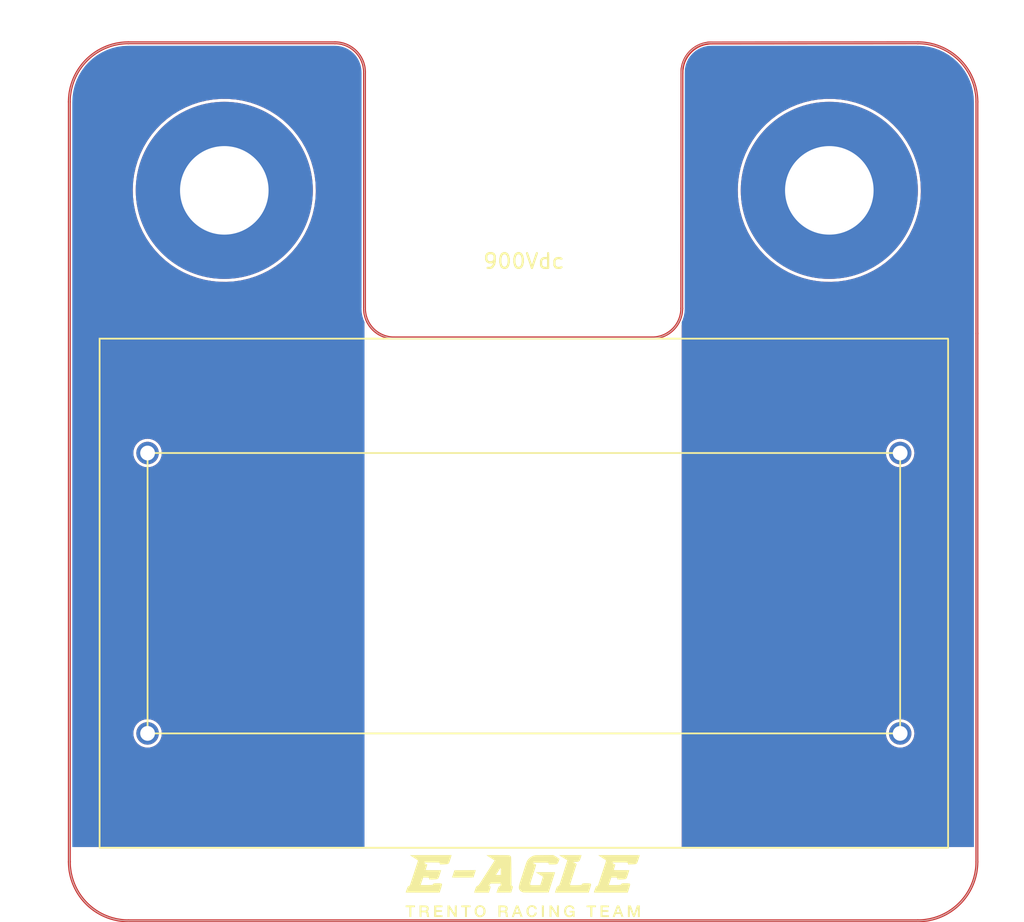
<source format=kicad_pcb>
(kicad_pcb (version 20211014) (generator pcbnew)
  (title_block (title "Template") (date "2022-04-19") (rev "V0") (company "E-Agle TRT"))
  (layers (0 "F.Cu" signal) (31 "B.Cu" signal) (34 "B.Paste" user) (35 "F.Paste" user) (36 "B.SilkS" user "B.Silkscreen") (37 "F.SilkS" user "F.Silkscreen") (38 "B.Mask" user) (39 "F.Mask" user) (44 "Edge.Cuts" user))
  (net 0 "")
  (footprint "dcbk310:dcb-k310" (layer "F.Cu") (at 149.9 102.3)
    (fp_text reference "900Vdc" (at 0 -13 unlocked) (layer "F.SilkS"))
    (fp_text value "dcb-k310")
    (fp_rect (start -28.75 -7.75) (end 28.75 26.75) (layer "F.SilkS") (width 0.12) (fill none))
    (fp_rect (start 25.5 19) (end -25.5 0) (layer "F.SilkS") (width 0.12) (fill none))
    (pad "1" thru_hole circle (at -25.5 0) (size 1.524 1.524) (drill 1) (layers *.Cu *.Mask))
    (pad "2" thru_hole circle (at 25.5 0) (size 1.524 1.524) (drill 1) (layers *.Cu *.Mask))
    (pad "3" thru_hole circle (at -25.5 19) (size 1.524 1.524) (drill 1) (layers *.Cu *.Mask))
    (pad "4" thru_hole circle (at 25.5 19) (size 1.524 1.524) (drill 1) (layers *.Cu *.Mask))
  )
  (footprint "LM393:logosenzascritta" (layer "F.Cu") (at 149.9 131.6)
    (fp_text reference " " (at 0 -4.75) (layer "F.SilkS") (effects (font (size 1.524 1.524) (thickness 0.3))))
    (fp_text value "LOGO" hide)
    (fp_poly (pts (xy -2.867478 1.354155) (xy -2.78923 1.385982) (xy -2.721713 1.435336) (xy -2.666465 1.499273) (xy -2.625019 1.574849) (xy -2.598911 1.659119) (xy -2.589676 1.74914) (xy -2.598851 1.841968) (xy -2.627969 1.934658) (xy -2.63652 1.953333) (xy -2.685755 2.028451) (xy -2.750672 2.087457) (xy -2.827217 2.128989) (xy -2.911338 2.151684) (xy -2.998984 2.154181) (xy -3.086103 2.135116) (xy -3.126345 2.118005) (xy -3.189874 2.080036) (xy -3.23873 2.034582) (xy -3.27926 1.974927) (xy -3.30015 1.933948) (xy -3.31582 1.89709) (xy -3.325416 1.862498) (xy -3.330339 1.822006) (xy -3.331989 1.767446) (xy -3.332056 1.747934) (xy -3.33175 1.720551) (xy -3.191706 1.720551) (xy -3.190964 1.792609) (xy -3.1815 1.859166) (xy -3.178799 1.869976) (xy -3.156028 1.921947) (xy -3.119586 1.971401) (xy -3.076117 2.010694) (xy -3.039738 2.030018) (xy -2.984186 2.038828) (xy -2.921763 2.033927) (xy -2.865106 2.016653) (xy -2.85276 2.010231) (xy -2.800458 1.965683) (xy -2.762828 1.902621) (xy -2.740699 1.82291) (xy -2.734695 1.744446) (xy -2.743492 1.653154) (xy -2.769696 1.577708) (xy -2.812747 1.519107) (xy -2.872081 1.478349) (xy -2.888169 1.471529) (xy -2.957779 1.456953) (xy -3.024836 1.465317) (xy -3.085652 1.49495) (xy -3.136539 1.544181) (xy -3.168492 1.598505) (xy -3.184094 1.652636) (xy -3.191706 1.720551) (xy -3.33175 1.720551) (xy -3.331417 1.690829) (xy -3.328303 1.649901) (xy -3.320918 1.6167) (xy -3.307465 1.582775) (xy -3.288942 1.545148) (xy -3.236445 1.463503) (xy -3.17267 1.403481) (xy -3.096302 1.364284) (xy -3.006028 1.345118) (xy -2.954923 1.342798)) (layer "F.SilkS") (width 0) (fill solid))
    (fp_poly (pts (xy 0.643653 1.351914) (xy 0.724374 1.381354) (xy 0.778706 1.416915) (xy 0.814004 1.454108) (xy 0.845008 1.500869) (xy 0.866826 1.54853) (xy 0.874588 1.58677) (xy 0.872077 1.602512) (xy 0.860501 1.610518) (xy 0.833792 1.613294) (xy 0.809918 1.613499) (xy 0.772629 1.612506) (xy 0.749954 1.606255) (xy 0.733303 1.589451) (xy 0.714082 1.556798) (xy 0.7121 1.553205) (xy 0.68602 1.513004) (xy 0.657372 1.487928) (xy 0.623311 1.471838) (xy 0.552354 1.455594) (xy 0.486932 1.463345) (xy 0.426612 1.495182) (xy 0.398963 1.519425) (xy 0.360917 1.565389) (xy 0.336578 1.616281) (xy 0.323781 1.678473) (xy 0.320341 1.750707) (xy 0.328842 1.841531) (xy 0.35383 1.917491) (xy 0.394286 1.976865) (xy 0.449192 2.017933) (xy 0.487262 2.032688) (xy 0.556807 2.040932) (xy 0.619547 2.026691) (xy 0.672216 1.991863) (xy 0.711542 1.938344) (xy 0.72894 1.892452) (xy 0.744198 1.835403) (xy 0.809393 1.835403) (xy 0.84735 1.836361) (xy 0.866788 1.841018) (xy 0.873803 1.852049) (xy 0.874588 1.864004) (xy 0.864926 1.921562) (xy 0.8387 1.983667) (xy 0.800056 2.041517) (xy 0.78123 2.062316) (xy 0.712383 2.114543) (xy 0.633142 2.146316) (xy 0.547676 2.157049) (xy 0.460158 2.146157) (xy 0.384283 2.117985) (xy 0.312754 2.072163) (xy 0.255929 2.011898) (xy 0.209589 1.932631) (xy 0.206371 1.925689) (xy 0.187822 1.865092) (xy 0.178434 1.790685) (xy 0.178209 1.711525) (xy 0.187145 1.636672) (xy 0.205244 1.575184) (xy 0.206371 1.572663) (xy 0.252085 1.491763) (xy 0.307964 1.430211) (xy 0.378225 1.38345) (xy 0.384283 1.380367) (xy 0.467974 1.350898) (xy 0.556308 1.341588)) (layer "F.SilkS") (width 0) (fill solid))
    (fp_poly (pts (xy 1.290325 1.35746) (xy 1.361155 1.361155) (xy 1.361155 2.137197) (xy 1.299091 2.14083) (xy 1.261762 2.141313) (xy 1.235224 2.138523) (xy 1.228262 2.135698) (xy 1.226108 2.121658) (xy 1.224146 2.086015) (xy 1.222443 2.031804) (xy 1.221067 1.962056) (xy 1.220084 1.879807) (xy 1.219563 1.788088) (xy 1.219496 1.740349) (xy 1.219496 1.353766)) (layer "F.SilkS") (width 0) (fill solid))
    (fp_poly (pts (xy 6.854798 -2.056737) (xy 7.028129 -2.056616) (xy 7.180662 -2.056393) (xy 7.313677 -2.056052) (xy 7.428454 -2.055575) (xy 7.526272 -2.054946) (xy 7.608411 -2.05415) (xy 7.67615 -2.053168) (xy 7.730768 -2.051985) (xy 7.773546 -2.050584) (xy 7.805763 -2.048948) (xy 7.828698 -2.047062) (xy 7.843631 -2.044908) (xy 7.851841 -2.042471) (xy 7.854609 -2.039733) (xy 7.854456 -2.03849) (xy 7.848686 -2.021623) (xy 7.836607 -1.985028) (xy 7.819438 -1.932438) (xy 7.798394 -1.867585) (xy 7.774692 -1.794199) (xy 7.766269 -1.768046) (xy 7.736027 -1.674233) (xy 7.710277 -1.599923) (xy 7.685734 -1.542738) (xy 7.659112 -1.500302) (xy 7.627127 -1.470238) (xy 7.586494 -1.45017) (xy 7.533927 -1.437721) (xy 7.466142 -1.430514) (xy 7.379852 -1.426173) (xy 7.289258 -1.422952) (xy 7.058293 -1.414724) (xy 7.058105 -1.455688) (xy 7.057685 -1.478172) (xy 7.055258 -1.496855) (xy 7.048736 -1.512091) (xy 7.03603 -1.52423) (xy 7.01505 -1.533625) (xy 6.983709 -1.540627) (xy 6.939918 -1.545588) (xy 6.881587 -1.54886) (xy 6.806628 -1.550793) (xy 6.712952 -1.551741) (xy 6.59847 -1.552055) (xy 6.485583 -1.552085) (xy 6.37755 -1.551845) (xy 6.277829 -1.551159) (xy 6.188963 -1.550081) (xy 6.113497 -1.548662) (xy 6.053976 -1.546953) (xy 6.012944 -1.545009) (xy 5.992945 -1.542879) (xy 5.991424 -1.541952) (xy 6.003988 -1.531478) (xy 6.032737 -1.511489) (xy 6.072815 -1.485284) (xy 6.101321 -1.4673) (xy 6.204955 -1.402782) (xy 6.151217 -1.236134) (xy 6.131849 -1.174899) (xy 6.115584 -1.121234) (xy 6.103806 -1.079884) (xy 6.097902 -1.055596) (xy 6.097479 -1.052105) (xy 6.10058 -1.047805) (xy 6.111243 -1.044256) (xy 6.131504 -1.041389) (xy 6.163401 -1.039137) (xy 6.208969 -1.037433) (xy 6.270247 -1.036208) (xy 6.349271 -1.035396) (xy 6.448077 -1.034928) (xy 6.568704 -1.034737) (xy 6.620999 -1.034723) (xy 6.73188 -1.034557) (xy 6.834756 -1.034081) (xy 6.927098 -1.033332) (xy 7.006377 -1.032344) (xy 7.070062 -1.031154) (xy 7.115624 -1.029796) (xy 7.140533 -1.028305) (xy 7.14452 -1.027402) (xy 7.140922 -1.014039) (xy 7.130845 -0.980689) (xy 7.115369 -0.930814) (xy 7.09557 -0.867876) (xy 7.072529 -0.795338) (xy 7.061373 -0.760434) (xy 7.03054 -0.665714) (xy 7.004861 -0.591766) (xy 6.982659 -0.535693) (xy 6.962259 -0.494598) (xy 6.941983 -0.465583) (xy 6.920155 -0.445749) (xy 6.8951 -0.432201) (xy 6.865714 -0.422204) (xy 6.838411 -0.417426) (xy 6.791323 -0.412426) (xy 6.729293 -0.407582) (xy 6.657163 -0.403275) (xy 6.581742 -0.399954) (xy 6.345394 -0.391392) (xy 6.341538 -0.44485) (xy 6.337493 -0.474295) (xy 6.32802 -0.496028) (xy 6.309827 -0.511206) (xy 6.27962 -0.520985) (xy 6.234106 -0.526523) (xy 6.169993 -0.528976) (xy 6.100558 -0.529498) (xy 6.03799 -0.529321) (xy 5.985265 -0.528712) (xy 5.946752 -0.527757) (xy 5.926819 -0.526542) (xy 5.925025 -0.526022) (xy 5.921186 -0.513831) (xy 5.91045 -0.481798) (xy 5.893986 -0.433359) (xy 5.872964 -0.371951) (xy 5.848554 -0.30101) (xy 5.839059 -0.273501) (xy 5.753094 -0.024636) (xy 6.131807 -0.024636) (xy 6.247142 -0.024798) (xy 6.340543 -0.025594) (xy 6.414709 -0.027487) (xy 6.472341 -0.030939) (xy 6.516141 -0.036413) (xy 6.54881 -0.044372) (xy 6.573047 -0.055279) (xy 6.591554 -0.069597) (xy 6.607032 -0.087788) (xy 6.620999 -0.108471) (xy 6.645636 -0.146868) (xy 6.883372 -0.147343) (xy 6.981742 -0.146794) (xy 7.058182 -0.144177) (xy 7.115367 -0.138698) (xy 7.155968 -0.129561) (xy 7.182661 -0.115972) (xy 7.198118 -0.097134) (xy 7.205012 -0.072253) (xy 7.206175 -0.051344) (xy 7.20261 -0.033997) (xy 7.192592 0.003128) (xy 7.177197 0.056349) (xy 7.1575 0.121986) (xy 7.134575 0.196357) (xy 7.123722 0.230966) (xy 7.041205 0.492726) (xy 5.891844 0.492726) (xy 5.725895 0.492629) (xy 5.56713 0.492348) (xy 5.417255 0.491897) (xy 5.277978 0.491288) (xy 5.151006 0.490537) (xy 5.038046 0.489656) (xy 4.940806 0.488659) (xy 4.860991 0.48756) (xy 4.80031 0.486373) (xy 4.76047 0.485112) (xy 4.743177 0.48379) (xy 4.742568 0.483487) (xy 4.746985 0.460764) (xy 4.758747 0.420469) (xy 4.775947 0.367864) (xy 4.796682 0.308211) (xy 4.819046 0.246773) (xy 4.841135 0.188813) (xy 4.861044 0.139592) (xy 4.876869 0.104373) (xy 4.88484 0.090407) (xy 4.915833 0.060959) (xy 4.956132 0.035978) (xy 4.967078 0.031221) (xy 5.019642 0.01097) (xy 5.298521 -0.835228) (xy 5.35173 -0.996801) (xy 5.397651 -1.136606) (xy 5.436765 -1.256256) (xy 5.469553 -1.357361) (xy 5.496497 -1.441534) (xy 5.518078 -1.510386) (xy 5.534777 -1.565529) (xy 5.547076 -1.608574) (xy 5.555455 -1.641134) (xy 5.560397 -1.664819) (xy 5.562382 -1.681241) (xy 5.561891 -1.692012) (xy 5.559407 -1.698744) (xy 5.557202 -1.701472) (xy 5.541204 -1.713726) (xy 5.507639 -1.736893) (xy 5.459805 -1.768785) (xy 5.400998 -1.807215) (xy 5.334518 -1.849995) (xy 5.302959 -1.870095) (xy 5.233823 -1.914122) (xy 5.170549 -1.954678) (xy 5.116506 -1.989582) (xy 5.075063 -2.016654) (xy 5.049586 -2.033715) (xy 5.044278 -2.037508) (xy 5.04226 -2.040402) (xy 5.045041 -2.042988) (xy 5.053888 -2.045285) (xy 5.07007 -2.047309) (xy 5.094855 -2.049077) (xy 5.129512 -2.050608) (xy 5.175309 -2.051919) (xy 5.233515 -2.053027) (xy 5.305397 -2.05395) (xy 5.392224 -2.054705) (xy 5.495265 -2.055309) (xy 5.615788 -2.055781) (xy 5.755061 -2.056137) (xy 5.914352 -2.056396) (xy 6.094931 -2.056573) (xy 6.298065 -2.056688) (xy 6.440625 -2.056737) (xy 6.65939 -2.056771)) (layer "F.SilkS") (width 0) (fill solid))
    (fp_poly (pts (xy 6.427531 1.356706) (xy 6.451704 1.363277) (xy 6.465435 1.376866) (xy 6.467212 1.379986) (xy 6.476129 1.399934) (xy 6.491907 1.438612) (xy 6.513258 1.492615) (xy 6.538896 1.55854) (xy 6.567532 1.632984) (xy 6.597879 1.712543) (xy 6.62865 1.793812) (xy 6.658556 1.873389) (xy 6.686311 1.947869) (xy 6.710627 2.01385) (xy 6.730216 2.067926) (xy 6.743791 2.106695) (xy 6.750064 2.126752) (xy 6.75034 2.128446) (xy 6.742896 2.137834) (xy 6.718107 2.141632) (xy 6.679511 2.140892) (xy 6.608681 2.137197) (xy 6.537895 1.933235) (xy 6.228331 1.940107) (xy 6.192016 2.041732) (xy 6.155701 2.143356) (xy 6.089635 2.143356) (xy 6.048304 2.141338) (xy 6.027668 2.134651) (xy 6.02357 2.126232) (xy 6.027823 2.111681) (xy 6.039725 2.077559) (xy 6.057993 2.027251) (xy 6.081342 1.964146) (xy 6.108487 1.891629) (xy 6.134369 1.823085) (xy 6.270504 1.823085) (xy 6.499464 1.823085) (xy 6.444713 1.662472) (xy 6.424628 1.604696) (xy 6.407224 1.556773) (xy 6.394038 1.522777) (xy 6.386607 1.506779) (xy 6.385695 1.506126) (xy 6.380234 1.518673) (xy 6.368252 1.550069) (xy 6.351387 1.595914) (xy 6.331275 1.65181) (xy 6.325966 1.666738) (xy 6.270504 1.823085) (xy 6.134369 1.823085) (xy 6.138144 1.813089) (xy 6.169029 1.731912) (xy 6.199857 1.651486) (xy 6.229343 1.575197) (xy 6.256203 1.506433) (xy 6.279153 1.44858) (xy 6.296909 1.405027) (xy 6.298517 1.401189) (xy 6.310857 1.37476) (xy 6.324371 1.361015) (xy 6.346901 1.355809) (xy 6.385893 1.354996)) (layer "F.SilkS") (width 0) (fill solid))
    (fp_poly (pts (xy -3.609214 1.478177) (xy -3.855577 1.478177) (xy -3.855577 2.143356) (xy -3.991076 2.143356) (xy -3.991076 1.478177) (xy -4.237439 1.478177) (xy -4.237439 1.354996) (xy -3.609214 1.354996)) (layer "F.SilkS") (width 0) (fill solid))
    (fp_poly (pts (xy -7.378564 1.478177) (xy -7.624927 1.478177) (xy -7.624927 2.143356) (xy -7.760426 2.143356) (xy -7.760426 1.478177) (xy -8.006789 1.478177) (xy -8.006789 1.354996) (xy -7.378564 1.354996)) (layer "F.SilkS") (width 0) (fill solid))
    (fp_poly (pts (xy -5.518525 1.478177) (xy -5.937342 1.478177) (xy -5.937342 1.674642) (xy -5.743331 1.678034) (xy -5.549321 1.681426) (xy -5.549321 1.792289) (xy -5.743331 1.795682) (xy -5.937342 1.799074) (xy -5.937342 2.020175) (xy -5.504857 2.020175) (xy -5.508612 2.078686) (xy -5.512366 2.137197) (xy -5.792901 2.140509) (xy -5.887538 2.141329) (xy -5.960055 2.1412) (xy -6.012956 2.140014) (xy -6.048741 2.137663) (xy -6.069915 2.134037) (xy -6.078979 2.129028) (xy -6.079483 2.128063) (xy -6.080889 2.112201) (xy -6.081968 2.07486) (xy -6.082696 2.019195) (xy -6.083052 1.948363) (xy -6.083013 1.86552) (xy -6.082557 1.77382) (xy -6.082265 1.736731) (xy -6.079001 1.361155) (xy -5.518525 1.354533)) (layer "F.SilkS") (width 0) (fill solid))
    (fp_poly (pts (xy -4.545392 2.143356) (xy -4.688316 2.143356) (xy -4.860138 1.866677) (xy -5.031959 1.589998) (xy -5.038118 1.863598) (xy -5.044277 2.137197) (xy -5.108947 2.140921) (xy -5.173617 2.144644) (xy -5.173617 1.354996) (xy -5.102788 1.355278) (xy -5.031959 1.355559) (xy -4.859505 1.634489) (xy -4.687051 1.913418) (xy -4.680892 1.637286) (xy -4.674733 1.361155) (xy -4.610063 1.357431) (xy -4.545392 1.353708)) (layer "F.SilkS") (width 0) (fill solid))
    (fp_poly (pts (xy 3.31082 -2.055367) (xy 3.443387 -2.054848) (xy 3.534327 -2.054223) (xy 3.913429 -2.050969) (xy 3.856644 -1.873074) (xy 3.826347 -1.783111) (xy 3.797805 -1.714354) (xy 3.767333 -1.663979) (xy 3.731249 -1.629164) (xy 3.68587 -1.607084) (xy 3.627513 -1.594918) (xy 3.552495 -1.589841) (xy 3.486033 -1.588991) (xy 3.344375 -1.588806) (xy 3.465312 -1.519915) (xy 3.512956 -1.491353) (xy 3.550787 -1.465942) (xy 3.574708 -1.446623) (xy 3.580959 -1.436885) (xy 3.573644 -1.415689) (xy 3.55998 -1.374476) (xy 3.540765 -1.315741) (xy 3.516798 -1.241977) (xy 3.488878 -1.155677) (xy 3.457803 -1.059336) (xy 3.424371 -0.955447) (xy 3.389382 -0.846505) (xy 3.353634 -0.735001) (xy 3.317924 -0.623432) (xy 3.283053 -0.51429) (xy 3.249818 -0.410068) (xy 3.219018 -0.313262) (xy 3.191451 -0.226364) (xy 3.167917 -0.151868) (xy 3.149213 -0.092268) (xy 3.136138 -0.050058) (xy 3.129491 -0.027732) (xy 3.128807 -0.024869) (xy 3.136512 -0.02064) (xy 3.160647 -0.017456) (xy 3.202741 -0.015274) (xy 3.264323 -0.014052) (xy 3.346924 -0.013746) (xy 3.452073 -0.014316) (xy 3.495272 -0.014722) (xy 3.600673 -0.015898) (xy 3.684348 -0.017157) (xy 3.74921 -0.018703) (xy 3.798168 -0.020739) (xy 3.834133 -0.023467) (xy 3.860017 -0.027091) (xy 3.878731 -0.031813) (xy 3.893184 -0.037836) (xy 3.902621 -0.043113) (xy 3.937736 -0.071252) (xy 3.967066 -0.105843) (xy 3.968296 -0.107783) (xy 3.993086 -0.147817) (xy 4.224288 -0.147817) (xy 4.309184 -0.147063) (xy 4.38275 -0.144923) (xy 4.441295 -0.141585) (xy 4.481128 -0.137234) (xy 4.494543 -0.134203) (xy 4.530976 -0.114833) (xy 4.551375 -0.085857) (xy 4.556357 -0.044279) (xy 4.546539 0.012898) (xy 4.533742 0.05612) (xy 4.52135 0.094532) (xy 4.503695 0.149999) (xy 4.482824 0.216048) (xy 4.460788 0.28621) (xy 4.453025 0.311033) (xy 4.396278 0.492726) (xy 2.104742 0.492726) (xy 2.112712 0.46501) (xy 2.11931 0.443188) (xy 2.13168 0.403247) (xy 2.148149 0.350554) (xy 2.167045 0.290476) (xy 2.170319 0.2801) (xy 2.191311 0.215033) (xy 2.207955 0.168586) (xy 2.222798 0.135726) (xy 2.238388 0.11142) (xy 2.257275 0.090639) (xy 2.274023 0.075315) (xy 2.309933 0.047678) (xy 2.344576 0.027397) (xy 2.362419 0.020858) (xy 2.374682 0.017316) (xy 2.385217 0.010006) (xy 2.395477 -0.004265) (xy 2.406911 -0.028691) (xy 2.420972 -0.066463) (xy 2.43911 -0.120776) (xy 2.462777 -0.194822) (xy 2.468103 -0.211651) (xy 2.486095 -0.268309) (xy 2.510602 -0.345129) (xy 2.540571 -0.438827) (xy 2.57495 -0.546118) (xy 2.612685 -0.663721) (xy 2.652723 -0.78835) (xy 2.694012 -0.916723) (xy 2.735497 -1.045555) (xy 2.743136 -1.069261) (xy 2.781511 -1.188642) (xy 2.817364 -1.300791) (xy 2.850022 -1.403554) (xy 2.878809 -1.49478) (xy 2.903051 -1.572316) (xy 2.922074 -1.63401) (xy 2.935202 -1.677708) (xy 2.941761 -1.70126) (xy 2.942346 -1.704836) (xy 2.931066 -1.711966) (xy 2.901546 -1.730225) (xy 2.85657 -1.757903) (xy 2.798925 -1.793288) (xy 2.731394 -1.834668) (xy 2.657786 -1.879707) (xy 2.377696 -2.050969) (xy 2.76646 -2.054223) (xy 2.887938 -2.054992) (xy 3.024733 -2.055438) (xy 3.168481 -2.055563)) (layer "F.SilkS") (width 0) (fill solid))
    (fp_poly (pts (xy -0.45069 1.357563) (xy -0.377528 1.361155) (xy -0.231877 1.73661) (xy -0.196725 1.827707) (xy -0.164626 1.911818) (xy -0.136636 1.986103) (xy -0.113813 2.047722) (xy -0.097211 2.093832) (xy -0.087888 2.121593) (xy -0.086226 2.128326) (xy -0.093503 2.137771) (xy -0.117861 2.141622) (xy -0.156975 2.140892) (xy -0.227723 2.137197) (xy -0.300885 1.933251) (xy -0.608235 1.940107) (xy -0.64455 2.041732) (xy -0.680865 2.143356) (xy -0.744878 2.143356) (xy -0.782286 2.142224) (xy -0.808386 2.139325) (xy -0.815278 2.136969) (xy -0.812542 2.124375) (xy -0.801859 2.091519) (xy -0.784204 2.041102) (xy -0.760553 1.975826) (xy -0.731881 1.898393) (xy -0.703526 1.823085) (xy -0.56569 1.823085) (xy -0.455298 1.823085) (xy -0.406589 1.822463) (xy -0.368862 1.820798) (xy -0.347626 1.81839) (xy -0.344907 1.817064) (xy -0.348893 1.798099) (xy -0.359548 1.763864) (xy -0.37492 1.719491) (xy -0.393056 1.670112) (xy -0.412003 1.620861) (xy -0.429809 1.576869) (xy -0.44452 1.543269) (xy -0.454184 1.525194) (xy -0.456553 1.52362) (xy -0.464076 1.538555) (xy -0.477534 1.571996) (xy -0.49506 1.61908) (xy -0.514787 1.674944) (xy -0.515958 1.678347) (xy -0.56569 1.823085) (xy -0.703526 1.823085) (xy -0.699165 1.811504) (xy -0.672759 1.742277) (xy -0.523853 1.353971)) (layer "F.SilkS") (width 0) (fill solid))
    (fp_poly (pts (xy -1.51821 1.355297) (xy -1.444833 1.356147) (xy -1.375965 1.358299) (xy -1.317174 1.36148) (xy -1.274028 1.365416) (xy -1.257681 1.368092) (xy -1.187657 1.393761) (xy -1.137362 1.434146) (xy -1.10648 1.489638) (xy -1.094699 1.560626) (xy -1.094554 1.570563) (xy -1.103761 1.643292) (xy -1.131872 1.701017) (xy -1.170178 1.738772) (xy -1.20668 1.76576) (xy -1.172072 1.786806) (xy -1.146384 1.807573) (xy -1.127371 1.836874) (xy -1.113313 1.879211) (xy -1.102491 1.939087) (xy -1.097065 1.983221) (xy -1.090769 2.034922) (xy -1.084196 2.079951) (xy -1.078511 2.110529) (xy -1.077178 2.115641) (xy -1.074036 2.131409) (xy -1.080372 2.139678) (xy -1.10141 2.142856) (xy -1.137264 2.143356) (xy -1.178321 2.140868) (xy -1.206703 2.134319) (xy -1.214673 2.128875) (xy -1.219707 2.110599) (xy -1.225391 2.074388) (xy -1.23075 2.026886) (xy -1.232453 2.007808) (xy -1.240043 1.939617) (xy -1.252226 1.89051) (xy -1.272693 1.857406) (xy -1.305133 1.837225) (xy -1.353237 1.826887) (xy -1.420695 1.823312) (xy -1.453751 1.823085) (xy -1.575985 1.823085) (xy -1.579433 1.980141) (xy -1.58288 2.137197) (xy -1.644944 2.14083) (xy -1.682273 2.141313) (xy -1.708811 2.138523) (xy -1.715773 2.135698) (xy -1.717929 2.121656) (xy -1.719892 2.086015) (xy -1.721596 2.03181) (xy -1.722972 1.962076) (xy -1.723954 1.879851) (xy -1.724473 1.78817) (xy -1.724539 1.740964) (xy -1.724539 1.714881) (xy -1.576721 1.714881) (xy -1.433888 1.710346) (xy -1.372443 1.70814) (xy -1.330543 1.705384) (xy -1.303105 1.70093) (xy -1.285046 1.693628) (xy -1.271282 1.682331) (xy -1.261434 1.671376) (xy -1.236767 1.626544) (xy -1.231393 1.577051) (xy -1.245285 1.530689) (xy -1.262049 1.508412) (xy -1.276542 1.495378) (xy -1.292381 1.486746) (xy -1.314712 1.481615) (xy -1.348684 1.479081) (xy -1.399442 1.478243) (xy -1.434503 1.478177) (xy -1.576721 1.478177) (xy -1.576721 1.714881) (xy -1.724539 1.714881) (xy -1.724539 1.354996)) (layer "F.SilkS") (width 0) (fill solid))
    (fp_poly (pts (xy 2.2073 -1.932444) (xy 2.269319 -1.892286) (xy 2.323915 -1.855904) (xy 2.367754 -1.825605) (xy 2.397499 -1.803695) (xy 2.409817 -1.792483) (xy 2.40989 -1.792317) (xy 2.408429 -1.773275) (xy 2.398732 -1.737456) (xy 2.382956 -1.690417) (xy 2.363257 -1.637718) (xy 2.341794 -1.584917) (xy 2.320724 -1.537572) (xy 2.302205 -1.501243) (xy 2.289778 -1.482849) (xy 2.26411 -1.461114) (xy 2.230917 -1.444404) (xy 2.187061 -1.432168) (xy 2.1294 -1.423853) (xy 2.054796 -1.418906) (xy 1.960107 -1.416774) (xy 1.913235 -1.416585) (xy 1.687585 -1.416585) (xy 1.687585 -1.459415) (xy 1.687349 -1.47831) (xy 1.685247 -1.493999) (xy 1.679192 -1.506764) (xy 1.667097 -1.516889) (xy 1.646873 -1.524655) (xy 1.616433 -1.530346) (xy 1.57369 -1.534244) (xy 1.516554 -1.536632) (xy 1.44294 -1.537792) (xy 1.350758 -1.538009) (xy 1.237921 -1.537563) (xy 1.115983 -1.536824) (xy 0.602065 -1.533608) (xy 0.715144 -1.472315) (xy 0.762629 -1.445532) (xy 0.801435 -1.421676) (xy 0.826709 -1.40385) (xy 0.833791 -1.396514) (xy 0.831511 -1.381586) (xy 0.822398 -1.346231) (xy 0.807333 -1.293419) (xy 0.787194 -1.226119) (xy 0.76286 -1.147303) (xy 0.735209 -1.059941) (xy 0.722527 -1.020513) (xy 0.666346 -0.84671) (xy 0.617301 -0.694851) (xy 0.574998 -0.563424) (xy 0.539043 -0.450914) (xy 0.509044 -0.355808) (xy 0.484606 -0.276593) (xy 0.465335 -0.211755) (xy 0.450838 -0.159783) (xy 0.44072 -0.119161) (xy 0.434589 -0.088377) (xy 0.432051 -0.065918) (xy 0.432711 -0.05027) (xy 0.436177 -0.03992) (xy 0.442053 -0.033355) (xy 0.449947 -0.029062) (xy 0.459465 -0.025527) (xy 0.463281 -0.024122) (xy 0.485699 -0.020482) (xy 0.529862 -0.017658) (xy 0.592891 -0.015727) (xy 0.671908 -0.014765) (xy 0.764033 -0.014846) (xy 0.803945 -0.015189) (xy 1.112462 -0.018477) (xy 1.172212 -0.209408) (xy 1.195314 -0.283263) (xy 1.218508 -0.357465) (xy 1.23961 -0.425027) (xy 1.256439 -0.478964) (xy 1.261653 -0.4957) (xy 1.291345 -0.591061) (xy 1.06141 -0.728375) (xy 0.992785 -0.769624) (xy 0.930639 -0.807486) (xy 0.878347 -0.839863) (xy 0.839284 -0.864657) (xy 0.816826 -0.879771) (xy 0.813437 -0.882456) (xy 0.81248 -0.886194) (xy 0.819477 -0.88935) (xy 0.836186 -0.89197) (xy 0.864359 -0.894101) (xy 0.905753 -0.895789) (xy 0.962123 -0.89708) (xy 1.035224 -0.898021) (xy 1.12681 -0.898658) (xy 1.238636 -0.899037) (xy 1.372459 -0.899205) (xy 1.448848 -0.899224) (xy 1.573403 -0.8991) (xy 1.69043 -0.898745) (xy 1.797633 -0.898183) (xy 1.892717 -0.897436) (xy 1.973386 -0.896528) (xy 2.037345 -0.895482) (xy 2.082299 -0.894322) (xy 2.105951 -0.893072) (xy 2.109037 -0.892482) (xy 2.110356 -0.889791) (xy 2.11043 -0.884159) (xy 2.108755 -0.873937) (xy 2.104825 -0.857474) (xy 2.098136 -0.833117) (xy 2.088181 -0.799217) (xy 2.074456 -0.754122) (xy 2.056455 -0.69618) (xy 2.033674 -0.623742) (xy 2.005607 -0.535155) (xy 1.971748 -0.428769) (xy 1.931593 -0.302932) (xy 1.884636 -0.155994) (xy 1.862329 -0.086227) (xy 1.679163 0.486567) (xy 0.84882 0.48834) (xy 0.706451 0.488484) (xy 0.570174 0.488314) (xy 0.442181 0.48785) (xy 0.324659 0.487117) (xy 0.2198 0.486137) (xy 0.129791 0.48493) (xy 0.056822 0.483521) (xy 0.003084 0.481931) (xy -0.029235 0.480182) (xy -0.036396 0.479313) (xy -0.12765 0.450876) (xy -0.206526 0.405255) (xy -0.269887 0.345072) (xy -0.314599 0.272948) (xy -0.328386 0.235299) (xy -0.336963 0.201954) (xy -0.342379 0.168976) (xy -0.344129 0.133856) (xy -0.341708 0.094088) (xy -0.334613 0.047162) (xy -0.322338 -0.009428) (xy -0.304381 -0.078191) (xy -0.280235 -0.161635) (xy -0.249398 -0.262268) (xy -0.211364 -0.382597) (xy -0.191891 -0.443452) (xy -0.130726 -0.634114) (xy -0.076585 -0.802792) (xy -0.028954 -0.950957) (xy 0.012678 -1.080083) (xy 0.048823 -1.19164) (xy 0.079994 -1.2871) (xy 0.106703 -1.367936) (xy 0.129462 -1.435618) (xy 0.148782 -1.49162) (xy 0.165176 -1.537412) (xy 0.179157 -1.574466) (xy 0.191236 -1.604255) (xy 0.201925 -1.62825) (xy 0.211736 -1.647923) (xy 0.221182 -1.664746) (xy 0.230775 -1.68019) (xy 0.241027 -1.695728) (xy 0.24688 -1.70447) (xy 0.33382 -1.812601) (xy 0.438343 -1.903785) (xy 0.559484 -1.97729) (xy 0.66518 -2.021982) (xy 0.68356 -2.028288) (xy 0.701445 -2.033595) (xy 0.721076 -2.038005) (xy 0.744696 -2.04162) (xy 0.774546 -2.044541) (xy 0.81287 -2.04687) (xy 0.861908 -2.048708) (xy 0.923904 -2.050158) (xy 1.001099 -2.051322) (xy 1.095736 -2.0523) (xy 1.210056 -2.053195) (xy 1.346303 -2.054108) (xy 1.377703 -2.054311) (xy 2.010158 -2.058376)) (layer "F.SilkS") (width 0) (fill solid))
    (fp_poly (pts (xy -6.833486 1.356942) (xy -6.750844 1.358559) (xy -6.688779 1.360387) (xy -6.643235 1.36291) (xy -6.610156 1.366615) (xy -6.585485 1.37199) (xy -6.565164 1.379519) (xy -6.545138 1.389689) (xy -6.540931 1.392016) (xy -6.487766 1.433581) (xy -6.455201 1.488119) (xy -6.442609 1.556745) (xy -6.442405 1.567879) (xy -6.451748 1.642024) (xy -6.479329 1.701414) (xy -6.514914 1.737785) (xy -6.552752 1.76576) (xy -6.518144 1.786806) (xy -6.493791 1.806294) (xy -6.47561 1.833698) (xy -6.461896 1.873527) (xy -6.450948 1.930289) (xy -6.443933 1.983221) (xy -6.437249 2.0349) (xy -6.430388 2.079916) (xy -6.424566 2.110501) (xy -6.423222 2.115641) (xy -6.420098 2.131384) (xy -6.426417 2.139655) (xy -6.4474 2.142847) (xy -6.483629 2.143356) (xy -6.529241 2.140274) (xy -6.557483 2.128027) (xy -6.572331 2.102119) (xy -6.577762 2.05805) (xy -6.578179 2.036383) (xy -6.584676 1.955517) (xy -6.60294 1.893346) (xy -6.632459 1.851587) (xy -6.633359 1.850801) (xy -6.649874 1.838459) (xy -6.668749 1.830421) (xy -6.695431 1.825782) (xy -6.735366 1.823639) (xy -6.793999 1.823087) (xy -6.800298 1.823085) (xy -6.935111 1.823085) (xy -6.935111 2.143356) (xy -6.994649 2.143356) (xy -7.03114 2.141785) (xy -7.056553 2.137793) (xy -7.062398 2.135144) (xy -7.064415 2.121245) (xy -7.066252 2.085736) (xy -7.067846 2.031642) (xy -7.069135 1.961988) (xy -7.070057 1.879802) (xy -7.070547 1.788107) (xy -7.070611 1.73983) (xy -7.070611 1.586987) (xy -6.935111 1.586987) (xy -6.934237 1.636557) (xy -6.931902 1.676331) (xy -6.928535 1.700189) (xy -6.926899 1.70401) (xy -6.908887 1.709477) (xy -6.872835 1.71233) (xy -6.825175 1.712789) (xy -6.772341 1.711075) (xy -6.720764 1.70741) (xy -6.676877 1.702013) (xy -6.647114 1.695106) (xy -6.645161 1.69434) (xy -6.604772 1.665633) (xy -6.583553 1.622274) (xy -6.582408 1.566142) (xy -6.582674 1.564404) (xy -6.590732 1.531288) (xy -6.605308 1.507755) (xy -6.630135 1.492243) (xy -6.668945 1.483189) (xy -6.725471 1.47903) (xy -6.788658 1.478177) (xy -6.935111 1.478177) (xy -6.935111 1.586987) (xy -7.070611 1.586987) (xy -7.070611 1.352728)) (layer "F.SilkS") (width 0) (fill solid))
    (fp_poly (pts (xy 1.930742 1.425653) (xy 1.951916 1.459062) (xy 1.982965 1.50878) (xy 2.020954 1.570071) (xy 2.062949 1.638199) (xy 2.106014 1.70843) (xy 2.106402 1.709065) (xy 2.235742 1.920598) (xy 2.242356 1.354996) (xy 2.377401 1.354996) (xy 2.377401 2.144532) (xy 2.302232 2.140865) (xy 2.227063 2.137197) (xy 2.058949 1.863572) (xy 2.013489 1.790118) (xy 1.971988 1.724082) (xy 1.936238 1.668235) (xy 1.908034 1.62535) (xy 1.889168 1.598197) (xy 1.881596 1.589493) (xy 1.878941 1.601097) (xy 1.876585 1.633868) (xy 1.874642 1.684336) (xy 1.873229 1.749033) (xy 1.872463 1.824489) (xy 1.872357 1.866198) (xy 1.872357 2.143356) (xy 1.81038 2.143356) (xy 1.768654 2.140283) (xy 1.745358 2.131731) (xy 1.742445 2.127831) (xy 1.741062 2.112029) (xy 1.740003 2.074745) (xy 1.739292 2.019133) (xy 1.73895 1.948345) (xy 1.738999 1.865536) (xy 1.739459 1.773858) (xy 1.739752 1.736731) (xy 1.743017 1.361155) (xy 1.81372 1.357464) (xy 1.884423 1.353774)) (layer "F.SilkS") (width 0) (fill solid))
    (fp_poly (pts (xy 5.478492 1.357844) (xy 5.75873 1.361155) (xy 5.762484 1.419666) (xy 5.766239 1.478177) (xy 5.333754 1.478177) (xy 5.333754 1.675267) (xy 5.727935 1.675267) (xy 5.727935 1.798449) (xy 5.333754 1.798449) (xy 5.333754 2.020175) (xy 5.764889 2.020175) (xy 5.764889 2.143356) (xy 5.198255 2.143356) (xy 5.198255 1.354533)) (layer "F.SilkS") (width 0) (fill solid))
    (fp_poly (pts (xy 4.890301 1.478177) (xy 4.644341 1.478177) (xy 4.637779 2.137197) (xy 4.575715 2.14083) (xy 4.538387 2.141313) (xy 4.511848 2.138523) (xy 4.504886 2.135698) (xy 4.502542 2.121502) (xy 4.500435 2.086001) (xy 4.498651 2.032524) (xy 4.49728 1.964404) (xy 4.496407 1.884969) (xy 4.496121 1.802555) (xy 4.496121 1.478177) (xy 4.248408 1.478177) (xy 4.252163 1.419666) (xy 4.255917 1.361155) (xy 4.573109 1.357867) (xy 4.890301 1.35458)) (layer "F.SilkS") (width 0) (fill solid))
    (fp_poly (pts (xy -5.222024 -2.055191) (xy -5.118542 -2.055056) (xy -5.032824 -2.054851) (xy -4.966414 -2.054574) (xy -4.920856 -2.054228) (xy -4.897693 -2.053813) (xy -4.894986 -2.053602) (xy -4.897408 -2.041359) (xy -4.906264 -2.009808) (xy -4.920255 -1.963036) (xy -4.938081 -1.905125) (xy -4.958441 -1.840161) (xy -4.980037 -1.772227) (xy -5.001568 -1.705408) (xy -5.021733 -1.643788) (xy -5.039234 -1.591451) (xy -5.052769 -1.552481) (xy -5.06104 -1.530963) (xy -5.061897 -1.529206) (xy -5.09672 -1.487198) (xy -5.146865 -1.455065) (xy -5.179776 -1.443462) (xy -5.207817 -1.439088) (xy -5.255517 -1.434463) (xy -5.317911 -1.429949) (xy -5.390029 -1.425911) (xy -5.460014 -1.422952) (xy -5.690979 -1.414724) (xy -5.690979 -1.456414) (xy -5.6961 -1.49284) (xy -5.708417 -1.521969) (xy -5.70845 -1.522015) (xy -5.714583 -1.528806) (xy -5.72376 -1.534219) (xy -5.73868 -1.538445) (xy -5.762044 -1.541672) (xy -5.796553 -1.544091) (xy -5.844908 -1.54589) (xy -5.909808 -1.54726) (xy -5.993955 -1.548389) (xy -6.099551 -1.549463) (xy -6.201967 -1.550262) (xy -6.304268 -1.550748) (xy -6.401659 -1.550922) (xy -6.489342 -1.550783) (xy -6.56252 -1.550332) (xy -6.616396 -1.549568) (xy -6.620999 -1.549463) (xy -6.768816 -1.545926) (xy -6.654873 -1.473496) (xy -6.608972 -1.444148) (xy -6.571915 -1.420131) (xy -6.547915 -1.404199) (xy -6.540931 -1.399074) (xy -6.544624 -1.387349) (xy -6.554771 -1.356495) (xy -6.569973 -1.310733) (xy -6.588831 -1.254285) (xy -6.596362 -1.231813) (xy -6.616365 -1.171098) (xy -6.633158 -1.118072) (xy -6.645305 -1.077429) (xy -6.651371 -1.053858) (xy -6.651794 -1.050634) (xy -6.647425 -1.046636) (xy -6.633063 -1.043329) (xy -6.606822 -1.040656) (xy -6.566818 -1.03856) (xy -6.511167 -1.036984) (xy -6.437983 -1.03587) (xy -6.345382 -1.035161) (xy -6.231479 -1.0348) (xy -6.128273 -1.034723) (xy -6.017392 -1.034546) (xy -5.914516 -1.034039) (xy -5.822174 -1.033241) (xy -5.742896 -1.032189) (xy -5.679211 -1.030921) (xy -5.633649 -1.029474) (xy -5.60874 -1.027886) (xy -5.604752 -1.026925) (xy -5.608353 -1.013416) (xy -5.618434 -0.979935) (xy -5.633915 -0.929957) (xy -5.653716 -0.866955) (xy -5.676756 -0.794406) (xy -5.68771 -0.760143) (xy -5.718545 -0.665461) (xy -5.74424 -0.591552) (xy -5.766476 -0.535515) (xy -5.786934 -0.494451) (xy -5.807296 -0.465458) (xy -5.829241 -0.445636) (xy -5.854451 -0.432085) (xy -5.883559 -0.422204) (xy -5.910861 -0.417426) (xy -5.957949 -0.412426) (xy -6.01998 -0.407582) (xy -6.09211 -0.403275) (xy -6.167531 -0.399954) (xy -6.403878 -0.391392) (xy -6.407734 -0.44485) (xy -6.411807 -0.474375) (xy -6.42135 -0.496144) (xy -6.439667 -0.511326) (xy -6.470059 -0.521085) (xy -6.515828 -0.52659) (xy -6.580275 -0.529005) (xy -6.647331 -0.529498) (xy -6.821482 -0.529679) (xy -6.897601 -0.311033) (xy -6.922164 -0.239741) (xy -6.944188 -0.174431) (xy -6.962239 -0.119465) (xy -6.974884 -0.079205) (xy -6.980592 -0.058511) (xy -6.987463 -0.024636) (xy -6.613108 -0.024636) (xy -6.498385 -0.024804) (xy -6.40558 -0.025624) (xy -6.331974 -0.027563) (xy -6.274851 -0.031094) (xy -6.231491 -0.036684) (xy -6.199177 -0.044805) (xy -6.175191 -0.055927) (xy -6.156815 -0.070519) (xy -6.141331 -0.089052) (xy -6.128273 -0.108471) (xy -6.103637 -0.146868) (xy -5.863433 -0.147297) (xy -5.779528 -0.147248) (xy -5.716459 -0.146543) (xy -5.67043 -0.144859) (xy -5.637643 -0.141868) (xy -5.614302 -0.137248) (xy -5.596609 -0.130672) (xy -5.583195 -0.123316) (xy -5.554865 -0.100855) (xy -5.544025 -0.074518) (xy -5.543162 -0.059467) (xy -5.546857 -0.036285) (xy -5.557189 0.006214) (xy -5.57303 0.063969) (xy -5.593248 0.132915) (xy -5.616714 0.208991) (xy -5.625421 0.236349) (xy -5.707681 0.492726) (xy -6.857235 0.492726) (xy -7.023199 0.492629) (xy -7.181981 0.492348) (xy -7.331872 0.491897) (xy -7.471167 0.491288) (xy -7.598158 0.490537) (xy -7.711137 0.489656) (xy -7.808399 0.488659) (xy -7.888236 0.487561) (xy -7.948941 0.486374) (xy -7.988806 0.485113) (xy -8.006125 0.483791) (xy -8.006741 0.483487) (xy -8.002364 0.460581) (xy -7.990638 0.420124) (xy -7.973467 0.367395) (xy -7.95276 0.307674) (xy -7.930422 0.246241) (xy -7.908362 0.188374) (xy -7.888487 0.139353) (xy -7.872702 0.104458) (xy -7.865025 0.091154) (xy -7.833635 0.061285) (xy -7.793005 0.03609) (xy -7.78187 0.031274) (xy -7.728981 0.011075) (xy -7.453173 -0.829016) (xy -7.407772 -0.967306) (xy -7.364593 -1.098836) (xy -7.324255 -1.22172) (xy -7.287377 -1.334073) (xy -7.254576 -1.434009) (xy -7.226473 -1.519642) (xy -7.203686 -1.589087) (xy -7.186834 -1.640457) (xy -7.176536 -1.671868) (xy -7.173411 -1.681425) (xy -7.182328 -1.691028) (xy -7.20948 -1.711872) (xy -7.252217 -1.742124) (xy -7.307891 -1.779955) (xy -7.373854 -1.823532) (xy -7.447458 -1.871026) (xy -7.449544 -1.872356) (xy -7.729631 -2.050969) (xy -6.314124 -2.054101) (xy -6.129516 -2.054479) (xy -5.951867 -2.054781) (xy -5.782719 -2.05501) (xy -5.623618 -2.055164) (xy -5.476105 -2.055246) (xy -5.341726 -2.055255)) (layer "F.SilkS") (width 0) (fill solid))
    (fp_poly (pts (xy -3.333108 -0.791537) (xy -3.356665 -0.718171) (xy -3.377421 -0.652775) (xy -3.394247 -0.598965) (xy -3.406016 -0.56036) (xy -3.4116 -0.540575) (xy -3.411901 -0.538918) (xy -3.423902 -0.537249) (xy -3.458392 -0.535677) (xy -3.513222 -0.53423) (xy -3.586244 -0.532934) (xy -3.675311 -0.531816) (xy -3.778275 -0.530905) (xy -3.892988 -0.530227) (xy -4.017301 -0.52981) (xy -4.138894 -0.529679) (xy -4.270158 -0.52973) (xy -4.393795 -0.529876) (xy -4.507659 -0.530108) (xy -4.609604 -0.530418) (xy -4.697482 -0.530795) (xy -4.769149 -0.531231) (xy -4.822458 -0.531717) (xy -4.855261 -0.532244) (xy -4.865486 -0.532759) (xy -4.861856 -0.544865) (xy -4.851812 -0.576948) (xy -4.836457 -0.625523) (xy -4.816893 -0.687108) (xy -4.794223 -0.758216) (xy -4.78656 -0.782201) (xy -4.707812 -1.028564) (xy -3.981176 -1.031741) (xy -3.254539 -1.034917)) (layer "F.SilkS") (width 0) (fill solid))
    (fp_poly (pts (xy 7.858972 2.144644) (xy 7.794302 2.140921) (xy 7.729632 2.137197) (xy 7.72194 1.558245) (xy 7.636621 1.798449) (xy 7.601555 1.897528) (xy 7.573825 1.975892) (xy 7.552172 2.035913) (xy 7.535339 2.079966) (xy 7.522068 2.110424) (xy 7.5111 2.129661) (xy 7.50118 2.14005) (xy 7.491047 2.143964) (xy 7.479445 2.143777) (xy 7.465116 2.141862) (xy 7.45514 2.1409) (xy 7.398729 2.137197) (xy 7.293181 1.847721) (xy 7.187634 1.558245) (xy 7.184331 1.850801) (xy 7.181029 2.143356) (xy 7.119275 2.143356) (xy 7.077682 2.140275) (xy 7.05445 2.131709) (xy 7.051563 2.127831) (xy 7.050179 2.112029) (xy 7.049121 2.074745) (xy 7.04841 2.019133) (xy 7.048068 1.948345) (xy 7.048116 1.865536) (xy 7.048577 1.773858) (xy 7.04887 1.736731) (xy 7.052134 1.361155) (xy 7.246081 1.361155) (xy 7.348395 1.648722) (xy 7.376827 1.728161) (xy 7.402766 1.799732) (xy 7.425017 1.860212) (xy 7.442383 1.906374) (xy 7.453672 1.934995) (xy 7.457461 1.943041) (xy 7.466638 1.939952) (xy 7.470366 1.932632) (xy 7.476059 1.916186) (xy 7.488394 1.880192) (xy 7.506083 1.828424) (xy 7.527834 1.76466) (xy 7.552359 1.692673) (xy 7.558285 1.675267) (xy 7.584032 1.600028) (xy 7.608114 1.530387) (xy 7.629042 1.470597) (xy 7.645326 1.42491) (xy 7.655475 1.397579) (xy 7.656497 1.39503) (xy 7.672943 1.354996) (xy 7.858972 1.354996)) (layer "F.SilkS") (width 0) (fill solid))
    (fp_poly (pts (xy 3.16502 1.348662) (xy 3.24959 1.371201) (xy 3.320259 1.411375) (xy 3.374767 1.468061) (xy 3.39828 1.508477) (xy 3.418895 1.55675) (xy 3.425139 1.587732) (xy 3.415599 1.605085) (xy 3.388861 1.612472) (xy 3.357672 1.613677) (xy 3.318994 1.612813) (xy 3.298068 1.607977) (xy 3.288016 1.595804) (xy 3.282857 1.577055) (xy 3.262136 1.535605) (xy 3.222654 1.499204) (xy 3.170242 1.471404) (xy 3.110732 1.455761) (xy 3.080345 1.453609) (xy 3.051168 1.458891) (xy 3.012815 1.472277) (xy 2.997023 1.47936) (xy 2.943254 1.518894) (xy 2.901777 1.578788) (xy 2.873549 1.657527) (xy 2.868018 1.683449) (xy 2.862417 1.763439) (xy 2.873523 1.842194) (xy 2.899396 1.914242) (xy 2.938093 1.97411) (xy 2.985739 2.015186) (xy 3.029981 2.031224) (xy 3.08683 2.037907) (xy 3.146072 2.035156) (xy 3.197492 2.022896) (xy 3.210766 2.016878) (xy 3.252068 1.983782) (xy 3.283859 1.937794) (xy 3.300237 1.888235) (xy 3.301261 1.873983) (xy 3.301261 1.835403) (xy 3.104171 1.835403) (xy 3.104171 1.72454) (xy 3.436761 1.72454) (xy 3.436761 2.144844) (xy 3.39067 2.14102) (xy 3.357686 2.134671) (xy 3.342835 2.120607) (xy 3.340677 2.112561) (xy 3.333644 2.079297) (xy 3.323129 2.067251) (xy 3.303893 2.074811) (xy 3.279076 2.093596) (xy 3.241111 2.11945) (xy 3.201918 2.139263) (xy 3.189725 2.143549) (xy 3.140199 2.152094) (xy 3.081127 2.154279) (xy 3.023374 2.150316) (xy 2.977801 2.140421) (xy 2.974831 2.139311) (xy 2.887494 2.092889) (xy 2.817679 2.029729) (xy 2.766345 1.951327) (xy 2.73445 1.859181) (xy 2.722952 1.754789) (xy 2.722944 1.745634) (xy 2.733883 1.643432) (xy 2.76395 1.552773) (xy 2.811325 1.475767) (xy 2.874188 1.414522) (xy 2.950717 1.371149) (xy 3.039093 1.347756) (xy 3.06881 1.344879)) (layer "F.SilkS") (width 0) (fill solid))
    (fp_poly (pts (xy -1.926856 -2.05501) (xy -1.792749 -2.05461) (xy -1.764573 -2.054488) (xy -1.607365 -2.053751) (xy -1.472896 -2.053037) (xy -1.359269 -2.05228) (xy -1.264588 -2.051412) (xy -1.186955 -2.050368) (xy -1.124474 -2.04908) (xy -1.075247 -2.047483) (xy -1.037378 -2.04551) (xy -1.008969 -2.043094) (xy -0.988125 -2.040168) (xy -0.972947 -2.036668) (xy -0.961539 -2.032525) (xy -0.952005 -2.027673) (xy -0.948932 -2.025897) (xy -0.913192 -1.997403) (xy -0.883268 -1.961553) (xy -0.881182 -1.958148) (xy -0.877516 -1.951719) (xy -0.874195 -1.944715) (xy -0.871189 -1.935912) (xy -0.86847 -1.924085) (xy -0.866009 -1.908011) (xy -0.863778 -1.886466) (xy -0.861748 -1.858225) (xy -0.85989 -1.822064) (xy -0.858176 -1.77676) (xy -0.856578 -1.721088) (xy -0.855065 -1.653824) (xy -0.853611 -1.573743) (xy -0.852186 -1.479623) (xy -0.850761 -1.370239) (xy -0.849308 -1.244366) (xy -0.847799 -1.10078) (xy -0.846204 -0.938259) (xy -0.844495 -0.755576) (xy -0.842644 -0.551509) (xy -0.840621 -0.324834) (xy -0.839188 -0.16338) (xy -0.837633 0.011988) (xy -0.794958 0.029819) (xy -0.770762 0.042135) (xy -0.754769 0.057677) (xy -0.747016 0.079788) (xy -0.747541 0.111812) (xy -0.75638 0.157091) (xy -0.773572 0.21897) (xy -0.79795 0.297033) (xy -0.858639 0.486567) (xy -1.359061 0.489784) (xy -1.859482 0.493002) (xy -1.791653 0.299428) (xy -1.767714 0.233117) (xy -1.745014 0.173879) (xy -1.725353 0.126146) (xy -1.710532 0.094354) (xy -1.704195 0.084165) (xy -1.680784 0.066528) (xy -1.645246 0.047943) (xy -1.630644 0.041883) (xy -1.576721 0.02129) (xy -1.576721 -0.123181) (xy -2.253301 -0.123181) (xy -2.303288 -0.049571) (xy -2.353276 0.024039) (xy -2.321937 0.031904) (xy -2.286658 0.051385) (xy -2.261637 0.08449) (xy -2.254219 0.114998) (xy -2.257814 0.134544) (xy -2.267711 0.172746) (xy -2.282576 0.224835) (xy -2.301076 0.286044) (xy -2.310299 0.315507) (xy -2.36638 0.492726) (xy -3.372152 0.492726) (xy -3.318507 0.32464) (xy -3.290642 0.239075) (xy -3.267218 0.173653) (xy -3.245801 0.124859) (xy -3.223958 0.089178) (xy -3.199256 0.063097) (xy -3.169261 0.043099) (xy -3.131539 0.02567) (xy -3.104106 0.014953) (xy -3.082391 -0.002197) (xy -3.04968 -0.041363) (xy -3.00599 -0.102524) (xy -2.962846 -0.167736) (xy -2.925061 -0.226282) (xy -2.875738 -0.302731) (xy -2.816684 -0.394282) (xy -2.749706 -0.498129) (xy -2.676614 -0.61147) (xy -2.613698 -0.709038) (xy -1.884675 -0.709038) (xy -1.873132 -0.706424) (xy -1.841582 -0.70474) (xy -1.794638 -0.704109) (xy -1.736915 -0.704654) (xy -1.727618 -0.704845) (xy -1.570562 -0.708292) (xy -1.567212 -0.954485) (xy -1.566278 -1.038804) (xy -1.566198 -1.101182) (xy -1.567129 -1.144304) (xy -1.569232 -1.170857) (xy -1.572663 -1.183524) (xy -1.577581 -1.184992) (xy -1.580643 -1.182371) (xy -1.592308 -1.166672) (xy -1.614144 -1.134657) (xy -1.643822 -1.089948) (xy -1.679017 -1.036167) (xy -1.717402 -0.976936) (xy -1.756651 -0.915877) (xy -1.794438 -0.85661) (xy -1.828436 -0.802759) (xy -1.85632 -0.757944) (xy -1.875762 -0.725788) (xy -1.884436 -0.709912) (xy -1.884675 -0.709038) (xy -2.613698 -0.709038) (xy -2.599214 -0.7315) (xy -2.519314 -0.855417) (xy -2.438722 -0.980417) (xy -2.359246 -1.103695) (xy -2.282694 -1.222449) (xy -2.210873 -1.333874) (xy -2.14779 -1.431756) (xy -2.102454 -1.502284) (xy -2.061897 -1.565713) (xy -2.027928 -1.619191) (xy -2.002351 -1.659864) (xy -1.986974 -1.68488) (xy -1.98322 -1.691668) (xy -1.99326 -1.69908) (xy -2.021556 -1.717655) (xy -2.065374 -1.745655) (xy -2.121978 -1.781347) (xy -2.188634 -1.822995) (xy -2.260283 -1.867428) (xy -2.334144 -1.913423) (xy -2.400595 -1.955474) (xy -2.456893 -1.991789) (xy -2.500293 -2.020579) (xy -2.528053 -2.040051) (xy -2.537441 -2.048329) (xy -2.525487 -2.04997) (xy -2.490979 -2.051415) (xy -2.435998 -2.052646) (xy -2.362626 -2.053646) (xy -2.272945 -2.054399) (xy -2.169035 -2.054889) (xy -2.052978 -2.055098)) (layer "F.SilkS") (width 0) (fill solid))
  )
  (footprint "dcbk310:mounting_holes" (layer "F.Cu") (at 170.6 84.5)
    (fp_text reference "REF**" (at 0 -0.5 unlocked) (layer "F.SilkS"))
    (fp_text value "mounting_holes")
    (pad "1" thru_hole circle (at -41 0) (size 12 12) (drill 6) (layers *.Cu *.Mask))
    (pad "2" thru_hole circle (at 0 0) (size 12 12) (drill 6) (layers *.Cu *.Mask))
  )
  (gr_line (start 176.6 74.5) (end 162.614214 74.514214) (layer "F.Cu") (width 0.2))
  (gr_arc (start 160.614214 76.514214) (mid 161.2 75.1) (end 162.614214 74.514214) (layer "F.Cu") (width 0.2))
  (gr_arc (start 160.614214 76.514214) (mid 161.2 75.1) (end 162.614214 74.514214) (layer "F.Cu") (width 0.2))
  (gr_line (start 123.1 74.5) (end 137.1 74.5) (layer "F.Cu") (width 0.2))
  (gr_arc (start 176.6 74.5) (mid 179.428427 75.671573) (end 180.6 78.5) (layer "F.Cu") (width 0.2))
  (gr_line (start 160.614214 76.514214) (end 160.6 92.5) (layer "F.Cu") (width 0.2))
  (gr_line (start 119.1 78.5) (end 119.1 130) (layer "F.Cu") (width 0.2))
  (gr_line (start 180.6 94.2) (end 180.6 78.5) (layer "F.Cu") (width 0.2))
  (gr_arc (start 123.1 134) (mid 120.271573 132.828427) (end 119.1 130) (layer "F.Cu") (width 0.2))
  (gr_arc (start 119.1 78.5) (mid 120.271573 75.671573) (end 123.1 74.5) (layer "F.Cu") (width 0.2))
  (gr_line (start 180.6 130) (end 180.6 94.2) (layer "F.Cu") (width 0.2))
  (gr_arc (start 180.6 130) (mid 179.428427 132.828427) (end 176.6 134) (layer "F.Cu") (width 0.2))
  (gr_line (start 139.1 76.5) (end 139.1 92.5) (layer "F.Cu") (width 0.2))
  (gr_arc (start 160.6 92.5) (mid 160.014214 93.914214) (end 158.6 94.5) (layer "F.Cu") (width 0.2))
  (gr_line (start 158.6 94.5) (end 141.1 94.5) (layer "F.Cu") (width 0.2))
  (gr_arc (start 141.1 94.5) (mid 139.685786 93.914214) (end 139.1 92.5) (layer "F.Cu") (width 0.2))
  (gr_arc (start 137.1 74.5) (mid 138.514214 75.085786) (end 139.1 76.5) (layer "F.Cu") (width 0.2))
  (gr_line (start 123.1 134) (end 176.6 134) (layer "F.Cu") (width 0.2))
  (gr_line (start 137.1 74.5) (end 123.1 74.5) (layer "Edge.Cuts") (width 0.05))
  (gr_line (start 123.1 134) (end 176.6 134) (layer "Edge.Cuts") (width 0.05))
  (gr_arc (start 160.6 92.5) (mid 160.014214 93.914214) (end 158.6 94.5) (layer "Edge.Cuts") (width 0.05))
  (gr_line (start 160.6 76.5) (end 160.6 92.5) (layer "Edge.Cuts") (width 0.05))
  (gr_line (start 139.1 92.5) (end 139.1 76.5) (layer "Edge.Cuts") (width 0.05))
  (gr_arc (start 137.1 74.5) (mid 138.514214 75.085786) (end 139.1 76.5) (layer "Edge.Cuts") (width 0.05))
  (gr_line (start 158.6 94.5) (end 141.1 94.5) (layer "Edge.Cuts") (width 0.05))
  (gr_arc (start 176.6 74.5) (mid 179.428427 75.671573) (end 180.6 78.5) (layer "Edge.Cuts") (width 0.05))
  (gr_arc (start 180.6 130) (mid 179.428427 132.828427) (end 176.6 134) (layer "Edge.Cuts") (width 0.05))
  (gr_arc (start 119.1 78.5) (mid 120.271573 75.671573) (end 123.1 74.5) (layer "Edge.Cuts") (width 0.05))
  (gr_line (start 180.6 130) (end 180.6 78.5) (layer "Edge.Cuts") (width 0.05))
  (gr_line (start 119.1 78.5) (end 119.1 130) (layer "Edge.Cuts") (width 0.05))
  (gr_arc (start 141.1 94.5) (mid 139.685786 93.914214) (end 139.1 92.5) (layer "Edge.Cuts") (width 0.05))
  (gr_arc (start 123.1 134) (mid 120.271573 132.828427) (end 119.1 130) (layer "Edge.Cuts") (width 0.05))
  (gr_line (start 176.6 74.5) (end 162.6 74.5) (layer "Edge.Cuts") (width 0.05))
  (gr_arc (start 160.6 76.5) (mid 161.185786 75.085786) (end 162.6 74.5) (layer "Edge.Cuts") (width 0.05))
  (zone (net 0) (net_name "") (layers F&B.Cu) (connect_pads yes (clearance 0)) (min_thickness 0.0254) (fill yes (thermal_gap 0.0254) (thermal_bridge_width 0.0254))
    (polygon (pts (xy 139.1 129) (xy 114.4 129) (xy 114.4 72.1) (xy 139.1 72.1)))
  )
  (zone (net 0) (net_name "") (layers F&B.Cu) (connect_pads yes (clearance 0)) (min_thickness 0.0254) (fill yes (thermal_gap 0.0254) (thermal_bridge_width 0.0254))
    (polygon (pts (xy 183.8 71.6) (xy 183.8 129) (xy 160.6 129) (xy 160.6 71.6)))
  )
)
</source>
